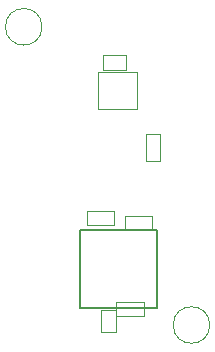
<source format=gbr>
G04 #@! TF.FileFunction,Other,User*
%FSLAX46Y46*%
G04 Gerber Fmt 4.6, Leading zero omitted, Abs format (unit mm)*
G04 Created by KiCad (PCBNEW 4.0.4-stable) date 10/31/16 09:30:40*
%MOMM*%
%LPD*%
G01*
G04 APERTURE LIST*
%ADD10C,0.100000*%
%ADD11C,0.150000*%
%ADD12C,0.050000*%
G04 APERTURE END LIST*
D10*
D11*
X145225000Y-108325000D02*
X145225000Y-101775000D01*
X145225000Y-101775000D02*
X151775000Y-101775000D01*
X151775000Y-101775000D02*
X151775000Y-108325000D01*
X151775000Y-108325000D02*
X145225000Y-108325000D01*
D12*
X150850000Y-95950000D02*
X150850000Y-93650000D01*
X152050000Y-95950000D02*
X152050000Y-93650000D01*
X150850000Y-95950000D02*
X152050000Y-95950000D01*
X150850000Y-93650000D02*
X152050000Y-93650000D01*
X148150000Y-101350000D02*
X145850000Y-101350000D01*
X148150000Y-100150000D02*
X145850000Y-100150000D01*
X148150000Y-101350000D02*
X148150000Y-100150000D01*
X145850000Y-101350000D02*
X145850000Y-100150000D01*
X148350000Y-107850000D02*
X150650000Y-107850000D01*
X148350000Y-109050000D02*
X150650000Y-109050000D01*
X148350000Y-107850000D02*
X148350000Y-109050000D01*
X150650000Y-107850000D02*
X150650000Y-109050000D01*
X149100000Y-100550000D02*
X151400000Y-100550000D01*
X149100000Y-101750000D02*
X151400000Y-101750000D01*
X149100000Y-100550000D02*
X149100000Y-101750000D01*
X151400000Y-100550000D02*
X151400000Y-101750000D01*
X148350000Y-108500000D02*
X148350000Y-110400000D01*
X147050000Y-108500000D02*
X147050000Y-110400000D01*
X148350000Y-108500000D02*
X147050000Y-108500000D01*
X148350000Y-110400000D02*
X147050000Y-110400000D01*
X150100000Y-91550000D02*
X146800000Y-91550000D01*
X146800000Y-91550000D02*
X146800000Y-88350000D01*
X146800000Y-88350000D02*
X150100000Y-88350000D01*
X150100000Y-88350000D02*
X150100000Y-91550000D01*
X147250000Y-86900000D02*
X149150000Y-86900000D01*
X147250000Y-88200000D02*
X149150000Y-88200000D01*
X147250000Y-86900000D02*
X147250000Y-88200000D01*
X149150000Y-86900000D02*
X149150000Y-88200000D01*
X156250000Y-109800000D02*
G75*
G03X156250000Y-109800000I-1550000J0D01*
G01*
X142050000Y-84550000D02*
G75*
G03X142050000Y-84550000I-1550000J0D01*
G01*
M02*

</source>
